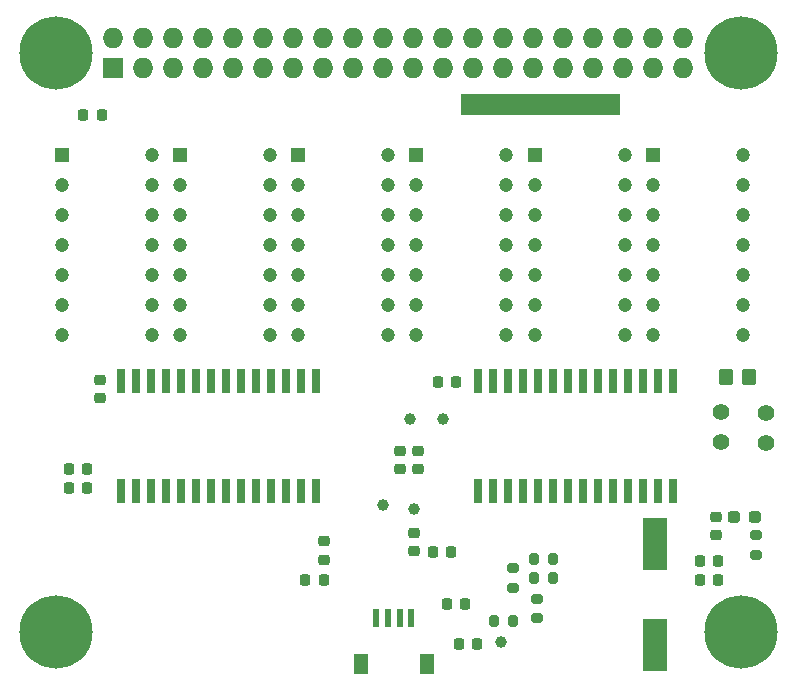
<source format=gts>
%TF.GenerationSoftware,KiCad,Pcbnew,7.0.5*%
%TF.CreationDate,2023-08-04T21:05:34+03:00*%
%TF.ProjectId,ltp_kikad,6c74705f-6b69-46b6-9164-2e6b69636164,rev?*%
%TF.SameCoordinates,Original*%
%TF.FileFunction,Soldermask,Top*%
%TF.FilePolarity,Negative*%
%FSLAX46Y46*%
G04 Gerber Fmt 4.6, Leading zero omitted, Abs format (unit mm)*
G04 Created by KiCad (PCBNEW 7.0.5) date 2023-08-04 21:05:34*
%MOMM*%
%LPD*%
G01*
G04 APERTURE LIST*
G04 Aperture macros list*
%AMRoundRect*
0 Rectangle with rounded corners*
0 $1 Rounding radius*
0 $2 $3 $4 $5 $6 $7 $8 $9 X,Y pos of 4 corners*
0 Add a 4 corners polygon primitive as box body*
4,1,4,$2,$3,$4,$5,$6,$7,$8,$9,$2,$3,0*
0 Add four circle primitives for the rounded corners*
1,1,$1+$1,$2,$3*
1,1,$1+$1,$4,$5*
1,1,$1+$1,$6,$7*
1,1,$1+$1,$8,$9*
0 Add four rect primitives between the rounded corners*
20,1,$1+$1,$2,$3,$4,$5,0*
20,1,$1+$1,$4,$5,$6,$7,0*
20,1,$1+$1,$6,$7,$8,$9,0*
20,1,$1+$1,$8,$9,$2,$3,0*%
G04 Aperture macros list end*
%ADD10R,1.200000X1.200000*%
%ADD11C,1.200000*%
%ADD12RoundRect,0.225000X-0.225000X-0.250000X0.225000X-0.250000X0.225000X0.250000X-0.225000X0.250000X0*%
%ADD13R,0.600000X1.550000*%
%ADD14R,1.200000X1.800000*%
%ADD15RoundRect,0.225000X0.250000X-0.225000X0.250000X0.225000X-0.250000X0.225000X-0.250000X-0.225000X0*%
%ADD16RoundRect,0.225000X-0.250000X0.225000X-0.250000X-0.225000X0.250000X-0.225000X0.250000X0.225000X0*%
%ADD17RoundRect,0.225000X0.225000X0.250000X-0.225000X0.250000X-0.225000X-0.250000X0.225000X-0.250000X0*%
%ADD18C,6.200000*%
%ADD19R,0.650000X2.100000*%
%ADD20RoundRect,0.200000X-0.275000X0.200000X-0.275000X-0.200000X0.275000X-0.200000X0.275000X0.200000X0*%
%ADD21C,1.400000*%
%ADD22RoundRect,0.200000X0.200000X0.275000X-0.200000X0.275000X-0.200000X-0.275000X0.200000X-0.275000X0*%
%ADD23C,1.000000*%
%ADD24RoundRect,0.200000X-0.200000X-0.275000X0.200000X-0.275000X0.200000X0.275000X-0.200000X0.275000X0*%
%ADD25R,1.727200X1.727200*%
%ADD26O,1.727200X1.727200*%
%ADD27RoundRect,0.200000X0.275000X-0.200000X0.275000X0.200000X-0.275000X0.200000X-0.275000X-0.200000X0*%
%ADD28R,2.000000X4.500000*%
%ADD29RoundRect,0.250000X-0.350000X-0.450000X0.350000X-0.450000X0.350000X0.450000X-0.350000X0.450000X0*%
%ADD30RoundRect,0.237500X0.287500X0.237500X-0.287500X0.237500X-0.287500X-0.237500X0.287500X-0.237500X0*%
G04 APERTURE END LIST*
D10*
%TO.C,DS6*%
X173017000Y-65150000D03*
D11*
X173017000Y-67690000D03*
X173017000Y-70230000D03*
X173017000Y-72770000D03*
X173017000Y-75310000D03*
X173017000Y-77850000D03*
X173017000Y-80390000D03*
X180637000Y-80390000D03*
X180637000Y-77850000D03*
X180637000Y-75310000D03*
X180637000Y-72770000D03*
X180637000Y-70230000D03*
X180637000Y-67690000D03*
X180637000Y-65150000D03*
%TD*%
D10*
%TO.C,DS3*%
X143017000Y-65149600D03*
D11*
X143017000Y-67689600D03*
X143017000Y-70229600D03*
X143017000Y-72769600D03*
X143017000Y-75309600D03*
X143017000Y-77849600D03*
X143017000Y-80389600D03*
X150637000Y-80389600D03*
X150637000Y-77849600D03*
X150637000Y-75309600D03*
X150637000Y-72769600D03*
X150637000Y-70229600D03*
X150637000Y-67689600D03*
X150637000Y-65149600D03*
%TD*%
D12*
%TO.C,C11*%
X155612000Y-103200000D03*
X157162000Y-103200000D03*
%TD*%
D13*
%TO.C,J1*%
X149587000Y-104400000D03*
X150587000Y-104400000D03*
X151587000Y-104400000D03*
X152587000Y-104400000D03*
D14*
X148287000Y-108275000D03*
X153887000Y-108275000D03*
%TD*%
D15*
%TO.C,C9*%
X145187000Y-99450000D03*
X145187000Y-97900000D03*
%TD*%
D16*
%TO.C,C7*%
X153187000Y-90225000D03*
X153187000Y-91775000D03*
%TD*%
D17*
%TO.C,C5*%
X125162000Y-93400000D03*
X123612000Y-93400000D03*
%TD*%
D18*
%TO.C,*%
X122466800Y-105572200D03*
%TD*%
D16*
%TO.C,C13*%
X126187000Y-84250000D03*
X126187000Y-85800000D03*
%TD*%
D19*
%TO.C,IC1*%
X127988900Y-93661600D03*
X129258900Y-93661600D03*
X130528900Y-93661600D03*
X131798900Y-93661600D03*
X133068900Y-93661600D03*
X134338900Y-93661600D03*
X135608900Y-93661600D03*
X136878900Y-93661600D03*
X138148900Y-93661600D03*
X139418900Y-93661600D03*
X140688900Y-93661600D03*
X141958900Y-93661600D03*
X143228900Y-93661600D03*
X144498900Y-93661600D03*
X144498900Y-84361600D03*
X143228900Y-84361600D03*
X141958900Y-84361600D03*
X140688900Y-84361600D03*
X139418900Y-84361600D03*
X138148900Y-84361600D03*
X136878900Y-84361600D03*
X135608900Y-84361600D03*
X134338900Y-84361600D03*
X133068900Y-84361600D03*
X131798900Y-84361600D03*
X130528900Y-84361600D03*
X129258900Y-84361600D03*
X127988900Y-84361600D03*
%TD*%
D16*
%TO.C,C2*%
X151587000Y-90225000D03*
X151587000Y-91775000D03*
%TD*%
D18*
%TO.C,*%
X180466800Y-56572200D03*
%TD*%
D20*
%TO.C,R13*%
X161187000Y-100175000D03*
X161187000Y-101825000D03*
%TD*%
D21*
%TO.C,JP1*%
X178787000Y-86950000D03*
X178787000Y-89490000D03*
%TD*%
D22*
%TO.C,R10*%
X161212000Y-104600000D03*
X159562000Y-104600000D03*
%TD*%
D23*
%TO.C,SDA1*%
X155237000Y-87500000D03*
%TD*%
D10*
%TO.C,DS5*%
X163017000Y-65150000D03*
D11*
X163017000Y-67690000D03*
X163017000Y-70230000D03*
X163017000Y-72770000D03*
X163017000Y-75310000D03*
X163017000Y-77850000D03*
X163017000Y-80390000D03*
X170637000Y-80390000D03*
X170637000Y-77850000D03*
X170637000Y-75310000D03*
X170637000Y-72770000D03*
X170637000Y-70230000D03*
X170637000Y-67690000D03*
X170637000Y-65150000D03*
%TD*%
D18*
%TO.C,*%
X180466800Y-105572200D03*
%TD*%
D10*
%TO.C,DS2*%
X133017000Y-65150000D03*
D11*
X133017000Y-67690000D03*
X133017000Y-70230000D03*
X133017000Y-72770000D03*
X133017000Y-75310000D03*
X133017000Y-77850000D03*
X133017000Y-80390000D03*
X140637000Y-80390000D03*
X140637000Y-77850000D03*
X140637000Y-75310000D03*
X140637000Y-72770000D03*
X140637000Y-70230000D03*
X140637000Y-67690000D03*
X140637000Y-65150000D03*
%TD*%
D10*
%TO.C,DS1*%
X123017000Y-65150000D03*
D11*
X123017000Y-67690000D03*
X123017000Y-70230000D03*
X123017000Y-72770000D03*
X123017000Y-75310000D03*
X123017000Y-77850000D03*
X123017000Y-80390000D03*
X130637000Y-80390000D03*
X130637000Y-77850000D03*
X130637000Y-75310000D03*
X130637000Y-72770000D03*
X130637000Y-70230000D03*
X130637000Y-67690000D03*
X130637000Y-65150000D03*
%TD*%
D18*
%TO.C,*%
X122466800Y-56572200D03*
%TD*%
D24*
%TO.C,R12*%
X162962000Y-101000000D03*
X164612000Y-101000000D03*
%TD*%
D23*
%TO.C,+5v1*%
X150187000Y-94800000D03*
%TD*%
D12*
%TO.C,C1*%
X123612000Y-91800000D03*
X125162000Y-91800000D03*
%TD*%
%TO.C,C19*%
X156612000Y-106600000D03*
X158162000Y-106600000D03*
%TD*%
D23*
%TO.C,SCL1*%
X152487000Y-87500000D03*
%TD*%
D25*
%TO.C,J2*%
X127330000Y-57840000D03*
D26*
X127330000Y-55300000D03*
X129870000Y-57840000D03*
X129870000Y-55300000D03*
X132410000Y-57840000D03*
X132410000Y-55300000D03*
X134950000Y-57840000D03*
X134950000Y-55300000D03*
X137490000Y-57840000D03*
X137490000Y-55300000D03*
X140030000Y-57840000D03*
X140030000Y-55300000D03*
X142570000Y-57840000D03*
X142570000Y-55300000D03*
X145110000Y-57840000D03*
X145110000Y-55300000D03*
X147650000Y-57840000D03*
X147650000Y-55300000D03*
X150190000Y-57840000D03*
X150190000Y-55300000D03*
X152730000Y-57840000D03*
X152730000Y-55300000D03*
X155270000Y-57840000D03*
X155270000Y-55300000D03*
X157810000Y-57840000D03*
X157810000Y-55300000D03*
X160350000Y-57840000D03*
X160350000Y-55300000D03*
X162890000Y-57840000D03*
X162890000Y-55300000D03*
X165430000Y-57840000D03*
X165430000Y-55300000D03*
X167970000Y-57840000D03*
X167970000Y-55300000D03*
X170510000Y-57840000D03*
X170510000Y-55300000D03*
X173050000Y-57840000D03*
X173050000Y-55300000D03*
X175590000Y-57840000D03*
X175590000Y-55300000D03*
%TD*%
D21*
%TO.C,CAN1*%
X182587000Y-89540000D03*
X182587000Y-87000000D03*
%TD*%
D23*
%TO.C,GND2*%
X152787000Y-95200000D03*
%TD*%
D15*
%TO.C,C17*%
X152787000Y-98750000D03*
X152787000Y-97200000D03*
%TD*%
D27*
%TO.C,R14*%
X163187000Y-104425000D03*
X163187000Y-102775000D03*
%TD*%
D12*
%TO.C,C6*%
X124812000Y-61800000D03*
X126362000Y-61800000D03*
%TD*%
D17*
%TO.C,C8*%
X145162000Y-101200000D03*
X143612000Y-101200000D03*
%TD*%
D10*
%TO.C,DS4*%
X153017000Y-65149600D03*
D11*
X153017000Y-67689600D03*
X153017000Y-70229600D03*
X153017000Y-72769600D03*
X153017000Y-75309600D03*
X153017000Y-77849600D03*
X153017000Y-80389600D03*
X160637000Y-80389600D03*
X160637000Y-77849600D03*
X160637000Y-75309600D03*
X160637000Y-72769600D03*
X160637000Y-70229600D03*
X160637000Y-67689600D03*
X160637000Y-65149600D03*
%TD*%
D17*
%TO.C,C12*%
X156362000Y-84400000D03*
X154812000Y-84400000D03*
%TD*%
D27*
%TO.C,R15*%
X181787000Y-99025000D03*
X181787000Y-97375000D03*
%TD*%
D23*
%TO.C,+3.3v1*%
X160187000Y-106400000D03*
%TD*%
D12*
%TO.C,C24*%
X177012000Y-99600000D03*
X178562000Y-99600000D03*
%TD*%
D15*
%TO.C,C22*%
X178387000Y-97375000D03*
X178387000Y-95825000D03*
%TD*%
D24*
%TO.C,R11*%
X162962000Y-99400000D03*
X164612000Y-99400000D03*
%TD*%
D12*
%TO.C,C23*%
X177012000Y-101200000D03*
X178562000Y-101200000D03*
%TD*%
D28*
%TO.C,Y1*%
X173187000Y-98150000D03*
X173187000Y-106650000D03*
%TD*%
D19*
%TO.C,IC2*%
X158258900Y-93661600D03*
X159528900Y-93661600D03*
X160798900Y-93661600D03*
X162068900Y-93661600D03*
X163338900Y-93661600D03*
X164608900Y-93661600D03*
X165878900Y-93661600D03*
X167148900Y-93661600D03*
X168418900Y-93661600D03*
X169688900Y-93661600D03*
X170958900Y-93661600D03*
X172228900Y-93661600D03*
X173498900Y-93661600D03*
X174768900Y-93661600D03*
X174768900Y-84361600D03*
X173498900Y-84361600D03*
X172228900Y-84361600D03*
X170958900Y-84361600D03*
X169688900Y-84361600D03*
X168418900Y-84361600D03*
X167148900Y-84361600D03*
X165878900Y-84361600D03*
X164608900Y-84361600D03*
X163338900Y-84361600D03*
X162068900Y-84361600D03*
X160798900Y-84361600D03*
X159528900Y-84361600D03*
X158258900Y-84361600D03*
%TD*%
D12*
%TO.C,C10*%
X154412000Y-98800000D03*
X155962000Y-98800000D03*
%TD*%
D29*
%TO.C,R9*%
X179187000Y-84000000D03*
X181187000Y-84000000D03*
%TD*%
D30*
%TO.C,PWR1*%
X181662000Y-95800000D03*
X179912000Y-95800000D03*
%TD*%
G36*
X170230039Y-60019685D02*
G01*
X170275794Y-60072489D01*
X170287000Y-60124000D01*
X170287000Y-61676000D01*
X170267315Y-61743039D01*
X170214511Y-61788794D01*
X170163000Y-61800000D01*
X156911000Y-61800000D01*
X156843961Y-61780315D01*
X156798206Y-61727511D01*
X156787000Y-61676000D01*
X156787000Y-60124000D01*
X156806685Y-60056961D01*
X156859489Y-60011206D01*
X156911000Y-60000000D01*
X170163000Y-60000000D01*
X170230039Y-60019685D01*
G37*
M02*

</source>
